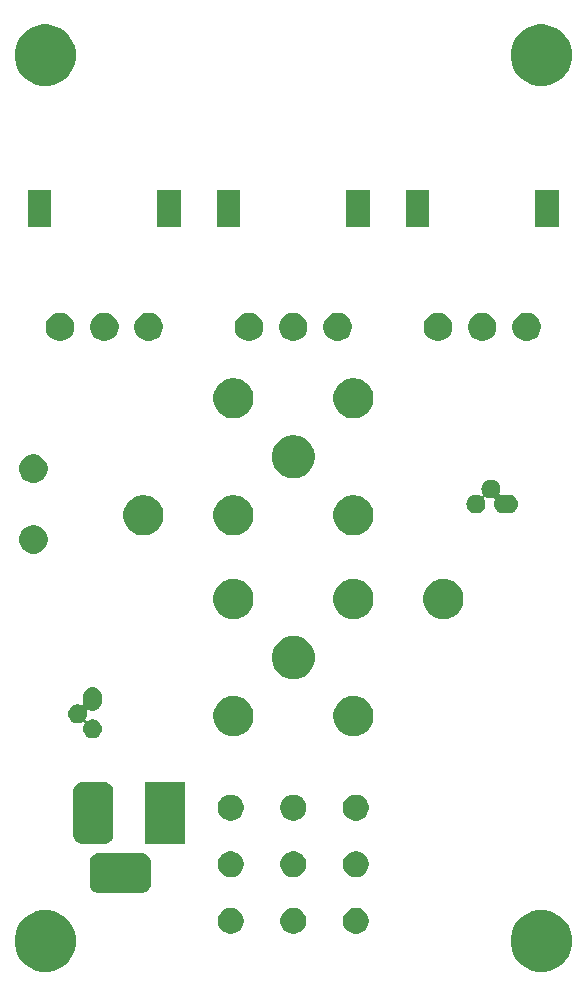
<source format=gbr>
%TF.GenerationSoftware,KiCad,Pcbnew,6.0.0-rc1-unknown-f2ccad3~66~ubuntu18.04.1*%
%TF.CreationDate,2018-11-07T22:10:34+01:00*%
%TF.ProjectId,clasicOverdrive,636c6173-6963-44f7-9665-726472697665,rev?*%
%TF.SameCoordinates,PX5f67d40PY8f46778*%
%TF.FileFunction,Soldermask,Bot*%
%TF.FilePolarity,Negative*%
%FSLAX46Y46*%
G04 Gerber Fmt 4.6, Leading zero omitted, Abs format (unit mm)*
G04 Created by KiCad (PCBNEW 6.0.0-rc1-unknown-f2ccad3~66~ubuntu18.04.1) date Mi 07 Nov 2018 22:10:34 CET*
%MOMM*%
%LPD*%
G01*
G04 APERTURE LIST*
%ADD10C,0.100000*%
G04 APERTURE END LIST*
D10*
G36*
X46758391Y6500084D02*
X47231560Y6304091D01*
X47231562Y6304090D01*
X47355852Y6221042D01*
X47657406Y6019550D01*
X48019550Y5657406D01*
X48304091Y5231560D01*
X48500084Y4758391D01*
X48600000Y4256079D01*
X48600000Y3743921D01*
X48500084Y3241609D01*
X48304091Y2768440D01*
X48019550Y2342594D01*
X47657406Y1980450D01*
X47657403Y1980448D01*
X47231562Y1695910D01*
X47231561Y1695909D01*
X47231560Y1695909D01*
X46758391Y1499916D01*
X46256079Y1400000D01*
X45743921Y1400000D01*
X45241609Y1499916D01*
X44768440Y1695909D01*
X44768439Y1695909D01*
X44768438Y1695910D01*
X44342597Y1980448D01*
X44342594Y1980450D01*
X43980450Y2342594D01*
X43695909Y2768440D01*
X43499916Y3241609D01*
X43400000Y3743921D01*
X43400000Y4256079D01*
X43499916Y4758391D01*
X43695909Y5231560D01*
X43980450Y5657406D01*
X44342594Y6019550D01*
X44644148Y6221042D01*
X44768438Y6304090D01*
X44768440Y6304091D01*
X45241609Y6500084D01*
X45743921Y6600000D01*
X46256079Y6600000D01*
X46758391Y6500084D01*
X46758391Y6500084D01*
G37*
G36*
X4758391Y6500084D02*
X5231560Y6304091D01*
X5231562Y6304090D01*
X5355852Y6221042D01*
X5657406Y6019550D01*
X6019550Y5657406D01*
X6304091Y5231560D01*
X6500084Y4758391D01*
X6600000Y4256079D01*
X6600000Y3743921D01*
X6500084Y3241609D01*
X6304091Y2768440D01*
X6019550Y2342594D01*
X5657406Y1980450D01*
X5657403Y1980448D01*
X5231562Y1695910D01*
X5231561Y1695909D01*
X5231560Y1695909D01*
X4758391Y1499916D01*
X4256079Y1400000D01*
X3743921Y1400000D01*
X3241609Y1499916D01*
X2768440Y1695909D01*
X2768439Y1695909D01*
X2768438Y1695910D01*
X2342597Y1980448D01*
X2342594Y1980450D01*
X1980450Y2342594D01*
X1695909Y2768440D01*
X1499916Y3241609D01*
X1400000Y3743921D01*
X1400000Y4256079D01*
X1499916Y4758391D01*
X1695909Y5231560D01*
X1980450Y5657406D01*
X2342594Y6019550D01*
X2644148Y6221042D01*
X2768438Y6304090D01*
X2768440Y6304091D01*
X3241609Y6500084D01*
X3743921Y6600000D01*
X4256079Y6600000D01*
X4758391Y6500084D01*
X4758391Y6500084D01*
G37*
G36*
X30620857Y6757728D02*
X30821042Y6674809D01*
X31001213Y6554422D01*
X31154422Y6401213D01*
X31274809Y6221042D01*
X31357728Y6020857D01*
X31400000Y5808342D01*
X31400000Y5591658D01*
X31357728Y5379143D01*
X31274809Y5178958D01*
X31154422Y4998787D01*
X31001213Y4845578D01*
X30821042Y4725191D01*
X30620857Y4642272D01*
X30408342Y4600000D01*
X30191658Y4600000D01*
X29979143Y4642272D01*
X29778958Y4725191D01*
X29598787Y4845578D01*
X29445578Y4998787D01*
X29325191Y5178958D01*
X29242272Y5379143D01*
X29200000Y5591658D01*
X29200000Y5808342D01*
X29242272Y6020857D01*
X29325191Y6221042D01*
X29445578Y6401213D01*
X29598787Y6554422D01*
X29778958Y6674809D01*
X29979143Y6757728D01*
X30191658Y6800000D01*
X30408342Y6800000D01*
X30620857Y6757728D01*
X30620857Y6757728D01*
G37*
G36*
X20020857Y6757728D02*
X20221042Y6674809D01*
X20401213Y6554422D01*
X20554422Y6401213D01*
X20674809Y6221042D01*
X20757728Y6020857D01*
X20800000Y5808342D01*
X20800000Y5591658D01*
X20757728Y5379143D01*
X20674809Y5178958D01*
X20554422Y4998787D01*
X20401213Y4845578D01*
X20221042Y4725191D01*
X20020857Y4642272D01*
X19808342Y4600000D01*
X19591658Y4600000D01*
X19379143Y4642272D01*
X19178958Y4725191D01*
X18998787Y4845578D01*
X18845578Y4998787D01*
X18725191Y5178958D01*
X18642272Y5379143D01*
X18600000Y5591658D01*
X18600000Y5808342D01*
X18642272Y6020857D01*
X18725191Y6221042D01*
X18845578Y6401213D01*
X18998787Y6554422D01*
X19178958Y6674809D01*
X19379143Y6757728D01*
X19591658Y6800000D01*
X19808342Y6800000D01*
X20020857Y6757728D01*
X20020857Y6757728D01*
G37*
G36*
X25320857Y6757728D02*
X25521042Y6674809D01*
X25701213Y6554422D01*
X25854422Y6401213D01*
X25974809Y6221042D01*
X26057728Y6020857D01*
X26100000Y5808342D01*
X26100000Y5591658D01*
X26057728Y5379143D01*
X25974809Y5178958D01*
X25854422Y4998787D01*
X25701213Y4845578D01*
X25521042Y4725191D01*
X25320857Y4642272D01*
X25108342Y4600000D01*
X24891658Y4600000D01*
X24679143Y4642272D01*
X24478958Y4725191D01*
X24298787Y4845578D01*
X24145578Y4998787D01*
X24025191Y5178958D01*
X23942272Y5379143D01*
X23900000Y5591658D01*
X23900000Y5808342D01*
X23942272Y6020857D01*
X24025191Y6221042D01*
X24145578Y6401213D01*
X24298787Y6554422D01*
X24478958Y6674809D01*
X24679143Y6757728D01*
X24891658Y6800000D01*
X25108342Y6800000D01*
X25320857Y6757728D01*
X25320857Y6757728D01*
G37*
G36*
X12316017Y11439276D02*
X12463630Y11394497D01*
X12599677Y11321778D01*
X12718919Y11223919D01*
X12816778Y11104677D01*
X12889497Y10968630D01*
X12934276Y10821017D01*
X12950000Y10661360D01*
X12950000Y8848640D01*
X12934276Y8688983D01*
X12889497Y8541370D01*
X12816778Y8405323D01*
X12718919Y8286081D01*
X12599677Y8188222D01*
X12463630Y8115503D01*
X12316017Y8070724D01*
X12156360Y8055000D01*
X8543640Y8055000D01*
X8383983Y8070724D01*
X8236370Y8115503D01*
X8100323Y8188222D01*
X7981081Y8286081D01*
X7883222Y8405323D01*
X7810503Y8541370D01*
X7765724Y8688983D01*
X7750000Y8848640D01*
X7750000Y10661360D01*
X7765724Y10821017D01*
X7810503Y10968630D01*
X7883222Y11104677D01*
X7981081Y11223919D01*
X8100323Y11321778D01*
X8236370Y11394497D01*
X8383983Y11439276D01*
X8543640Y11455000D01*
X12156360Y11455000D01*
X12316017Y11439276D01*
X12316017Y11439276D01*
G37*
G36*
X30620857Y11557728D02*
X30821042Y11474809D01*
X31001213Y11354422D01*
X31154422Y11201213D01*
X31274809Y11021042D01*
X31357728Y10820857D01*
X31400000Y10608342D01*
X31400000Y10391658D01*
X31357728Y10179143D01*
X31274809Y9978958D01*
X31154422Y9798787D01*
X31001213Y9645578D01*
X30821042Y9525191D01*
X30620857Y9442272D01*
X30408342Y9400000D01*
X30191658Y9400000D01*
X29979143Y9442272D01*
X29778958Y9525191D01*
X29598787Y9645578D01*
X29445578Y9798787D01*
X29325191Y9978958D01*
X29242272Y10179143D01*
X29200000Y10391658D01*
X29200000Y10608342D01*
X29242272Y10820857D01*
X29325191Y11021042D01*
X29445578Y11201213D01*
X29598787Y11354422D01*
X29778958Y11474809D01*
X29979143Y11557728D01*
X30191658Y11600000D01*
X30408342Y11600000D01*
X30620857Y11557728D01*
X30620857Y11557728D01*
G37*
G36*
X20020857Y11557728D02*
X20221042Y11474809D01*
X20401213Y11354422D01*
X20554422Y11201213D01*
X20674809Y11021042D01*
X20757728Y10820857D01*
X20800000Y10608342D01*
X20800000Y10391658D01*
X20757728Y10179143D01*
X20674809Y9978958D01*
X20554422Y9798787D01*
X20401213Y9645578D01*
X20221042Y9525191D01*
X20020857Y9442272D01*
X19808342Y9400000D01*
X19591658Y9400000D01*
X19379143Y9442272D01*
X19178958Y9525191D01*
X18998787Y9645578D01*
X18845578Y9798787D01*
X18725191Y9978958D01*
X18642272Y10179143D01*
X18600000Y10391658D01*
X18600000Y10608342D01*
X18642272Y10820857D01*
X18725191Y11021042D01*
X18845578Y11201213D01*
X18998787Y11354422D01*
X19178958Y11474809D01*
X19379143Y11557728D01*
X19591658Y11600000D01*
X19808342Y11600000D01*
X20020857Y11557728D01*
X20020857Y11557728D01*
G37*
G36*
X25320857Y11557728D02*
X25521042Y11474809D01*
X25701213Y11354422D01*
X25854422Y11201213D01*
X25974809Y11021042D01*
X26057728Y10820857D01*
X26100000Y10608342D01*
X26100000Y10391658D01*
X26057728Y10179143D01*
X25974809Y9978958D01*
X25854422Y9798787D01*
X25701213Y9645578D01*
X25521042Y9525191D01*
X25320857Y9442272D01*
X25108342Y9400000D01*
X24891658Y9400000D01*
X24679143Y9442272D01*
X24478958Y9525191D01*
X24298787Y9645578D01*
X24145578Y9798787D01*
X24025191Y9978958D01*
X23942272Y10179143D01*
X23900000Y10391658D01*
X23900000Y10608342D01*
X23942272Y10820857D01*
X24025191Y11021042D01*
X24145578Y11201213D01*
X24298787Y11354422D01*
X24478958Y11474809D01*
X24679143Y11557728D01*
X24891658Y11600000D01*
X25108342Y11600000D01*
X25320857Y11557728D01*
X25320857Y11557728D01*
G37*
G36*
X9126017Y17419276D02*
X9273630Y17374497D01*
X9409677Y17301778D01*
X9528919Y17203919D01*
X9626778Y17084677D01*
X9699497Y16948630D01*
X9744276Y16801017D01*
X9760000Y16641360D01*
X9760000Y13028640D01*
X9744276Y12868983D01*
X9699497Y12721370D01*
X9626778Y12585323D01*
X9528919Y12466081D01*
X9409677Y12368222D01*
X9273630Y12295503D01*
X9126017Y12250724D01*
X8966360Y12235000D01*
X7153640Y12235000D01*
X6993983Y12250724D01*
X6846370Y12295503D01*
X6710323Y12368222D01*
X6591081Y12466081D01*
X6493222Y12585323D01*
X6420503Y12721370D01*
X6375724Y12868983D01*
X6360000Y13028640D01*
X6360000Y16641360D01*
X6375724Y16801017D01*
X6420503Y16948630D01*
X6493222Y17084677D01*
X6591081Y17203919D01*
X6710323Y17301778D01*
X6846370Y17374497D01*
X6993983Y17419276D01*
X7153640Y17435000D01*
X8966360Y17435000D01*
X9126017Y17419276D01*
X9126017Y17419276D01*
G37*
G36*
X15860000Y12235000D02*
X12460000Y12235000D01*
X12460000Y17435000D01*
X15860000Y17435000D01*
X15860000Y12235000D01*
X15860000Y12235000D01*
G37*
G36*
X30620857Y16357728D02*
X30821042Y16274809D01*
X31001213Y16154422D01*
X31154422Y16001213D01*
X31274809Y15821042D01*
X31357728Y15620857D01*
X31400000Y15408342D01*
X31400000Y15191658D01*
X31357728Y14979143D01*
X31274809Y14778958D01*
X31154422Y14598787D01*
X31001213Y14445578D01*
X30821042Y14325191D01*
X30620857Y14242272D01*
X30408342Y14200000D01*
X30191658Y14200000D01*
X29979143Y14242272D01*
X29778958Y14325191D01*
X29598787Y14445578D01*
X29445578Y14598787D01*
X29325191Y14778958D01*
X29242272Y14979143D01*
X29200000Y15191658D01*
X29200000Y15408342D01*
X29242272Y15620857D01*
X29325191Y15821042D01*
X29445578Y16001213D01*
X29598787Y16154422D01*
X29778958Y16274809D01*
X29979143Y16357728D01*
X30191658Y16400000D01*
X30408342Y16400000D01*
X30620857Y16357728D01*
X30620857Y16357728D01*
G37*
G36*
X25320857Y16357728D02*
X25521042Y16274809D01*
X25701213Y16154422D01*
X25854422Y16001213D01*
X25974809Y15821042D01*
X26057728Y15620857D01*
X26100000Y15408342D01*
X26100000Y15191658D01*
X26057728Y14979143D01*
X25974809Y14778958D01*
X25854422Y14598787D01*
X25701213Y14445578D01*
X25521042Y14325191D01*
X25320857Y14242272D01*
X25108342Y14200000D01*
X24891658Y14200000D01*
X24679143Y14242272D01*
X24478958Y14325191D01*
X24298787Y14445578D01*
X24145578Y14598787D01*
X24025191Y14778958D01*
X23942272Y14979143D01*
X23900000Y15191658D01*
X23900000Y15408342D01*
X23942272Y15620857D01*
X24025191Y15821042D01*
X24145578Y16001213D01*
X24298787Y16154422D01*
X24478958Y16274809D01*
X24679143Y16357728D01*
X24891658Y16400000D01*
X25108342Y16400000D01*
X25320857Y16357728D01*
X25320857Y16357728D01*
G37*
G36*
X20020857Y16357728D02*
X20221042Y16274809D01*
X20401213Y16154422D01*
X20554422Y16001213D01*
X20674809Y15821042D01*
X20757728Y15620857D01*
X20800000Y15408342D01*
X20800000Y15191658D01*
X20757728Y14979143D01*
X20674809Y14778958D01*
X20554422Y14598787D01*
X20401213Y14445578D01*
X20221042Y14325191D01*
X20020857Y14242272D01*
X19808342Y14200000D01*
X19591658Y14200000D01*
X19379143Y14242272D01*
X19178958Y14325191D01*
X18998787Y14445578D01*
X18845578Y14598787D01*
X18725191Y14778958D01*
X18642272Y14979143D01*
X18600000Y15191658D01*
X18600000Y15408342D01*
X18642272Y15620857D01*
X18725191Y15821042D01*
X18845578Y16001213D01*
X18998787Y16154422D01*
X19178958Y16274809D01*
X19379143Y16357728D01*
X19591658Y16400000D01*
X19808342Y16400000D01*
X20020857Y16357728D01*
X20020857Y16357728D01*
G37*
G36*
X8156827Y25488424D02*
X8232227Y25465552D01*
X8307629Y25442679D01*
X8446608Y25368392D01*
X8568422Y25268422D01*
X8668392Y25146608D01*
X8742679Y25007629D01*
X8742679Y25007628D01*
X8788424Y24856827D01*
X8800000Y24739292D01*
X8800000Y24260707D01*
X8788424Y24143173D01*
X8780635Y24117496D01*
X8742679Y23992371D01*
X8668392Y23853392D01*
X8568425Y23731581D01*
X8568423Y23731580D01*
X8568422Y23731578D01*
X8501440Y23676608D01*
X8446604Y23631606D01*
X8307628Y23557321D01*
X8253402Y23540872D01*
X8156826Y23511576D01*
X8000000Y23496130D01*
X7843173Y23511576D01*
X7746597Y23540872D01*
X7692371Y23557321D01*
X7689178Y23559028D01*
X7666539Y23568405D01*
X7642505Y23573186D01*
X7618001Y23573186D01*
X7593968Y23568406D01*
X7571329Y23559028D01*
X7550954Y23545415D01*
X7533627Y23528087D01*
X7520013Y23507713D01*
X7510636Y23485074D01*
X7505855Y23461040D01*
X7505855Y23436536D01*
X7510635Y23412503D01*
X7518424Y23386826D01*
X7533870Y23230000D01*
X7518424Y23073174D01*
X7472679Y22922371D01*
X7414659Y22813824D01*
X7405281Y22791185D01*
X7400501Y22767151D01*
X7400501Y22742647D01*
X7405281Y22718614D01*
X7414659Y22695975D01*
X7428273Y22675600D01*
X7445600Y22658273D01*
X7465974Y22644659D01*
X7488613Y22635281D01*
X7512647Y22630501D01*
X7537151Y22630501D01*
X7561184Y22635281D01*
X7583824Y22644659D01*
X7692371Y22702679D01*
X7767772Y22725551D01*
X7843173Y22748424D01*
X7882351Y22752283D01*
X7960705Y22760000D01*
X8039295Y22760000D01*
X8117649Y22752283D01*
X8156827Y22748424D01*
X8232228Y22725551D01*
X8307629Y22702679D01*
X8446608Y22628392D01*
X8568422Y22528422D01*
X8668392Y22406608D01*
X8742679Y22267629D01*
X8788424Y22116826D01*
X8803870Y21960000D01*
X8788424Y21803174D01*
X8742679Y21652371D01*
X8668392Y21513392D01*
X8568422Y21391578D01*
X8446608Y21291608D01*
X8307629Y21217321D01*
X8232227Y21194448D01*
X8156827Y21171576D01*
X8117649Y21167717D01*
X8039295Y21160000D01*
X7960705Y21160000D01*
X7882351Y21167717D01*
X7843173Y21171576D01*
X7767773Y21194448D01*
X7692371Y21217321D01*
X7553392Y21291608D01*
X7431578Y21391578D01*
X7331608Y21513392D01*
X7257321Y21652371D01*
X7211576Y21803174D01*
X7196130Y21960000D01*
X7211576Y22116826D01*
X7257321Y22267629D01*
X7315341Y22376176D01*
X7324719Y22398815D01*
X7329499Y22422849D01*
X7329499Y22447353D01*
X7324719Y22471386D01*
X7315341Y22494025D01*
X7301727Y22514400D01*
X7284400Y22531727D01*
X7264026Y22545341D01*
X7241387Y22554719D01*
X7217353Y22559499D01*
X7192849Y22559499D01*
X7168816Y22554719D01*
X7146176Y22545341D01*
X7037629Y22487321D01*
X6962228Y22464449D01*
X6886827Y22441576D01*
X6847649Y22437717D01*
X6769295Y22430000D01*
X6690705Y22430000D01*
X6612351Y22437717D01*
X6573173Y22441576D01*
X6497772Y22464449D01*
X6422371Y22487321D01*
X6283392Y22561608D01*
X6161578Y22661578D01*
X6061608Y22783392D01*
X5987321Y22922371D01*
X5941576Y23073174D01*
X5926130Y23230000D01*
X5941576Y23386826D01*
X5987321Y23537629D01*
X6061608Y23676608D01*
X6161578Y23798422D01*
X6283392Y23898392D01*
X6422371Y23972679D01*
X6518744Y24001913D01*
X6573173Y24018424D01*
X6612395Y24022287D01*
X6690705Y24030000D01*
X6769295Y24030000D01*
X6847605Y24022287D01*
X6886827Y24018424D01*
X6941256Y24001913D01*
X7037629Y23972679D01*
X7040822Y23970972D01*
X7063461Y23961595D01*
X7087495Y23956814D01*
X7111999Y23956814D01*
X7136032Y23961594D01*
X7158671Y23970972D01*
X7179046Y23984585D01*
X7196373Y24001913D01*
X7209987Y24022287D01*
X7219364Y24044926D01*
X7224145Y24068960D01*
X7224145Y24093464D01*
X7219365Y24117496D01*
X7211576Y24143173D01*
X7200000Y24260706D01*
X7200000Y24739295D01*
X7211576Y24856826D01*
X7257321Y25007629D01*
X7331606Y25146605D01*
X7431581Y25268424D01*
X7553393Y25368392D01*
X7692372Y25442679D01*
X7767774Y25465552D01*
X7843174Y25488424D01*
X8000000Y25503870D01*
X8156827Y25488424D01*
X8156827Y25488424D01*
G37*
G36*
X20306393Y24701447D02*
X20415872Y24679670D01*
X20725252Y24551521D01*
X21003687Y24365477D01*
X21240477Y24128687D01*
X21426521Y23850252D01*
X21554670Y23540872D01*
X21575424Y23436536D01*
X21620000Y23212437D01*
X21620000Y22877563D01*
X21596615Y22760000D01*
X21554670Y22549128D01*
X21426521Y22239748D01*
X21240477Y21961313D01*
X21003687Y21724523D01*
X20725252Y21538479D01*
X20415872Y21410330D01*
X20321599Y21391578D01*
X20087437Y21345000D01*
X19752563Y21345000D01*
X19518401Y21391578D01*
X19424128Y21410330D01*
X19114748Y21538479D01*
X18836313Y21724523D01*
X18599523Y21961313D01*
X18413479Y22239748D01*
X18285330Y22549128D01*
X18243385Y22760000D01*
X18220000Y22877563D01*
X18220000Y23212437D01*
X18264576Y23436536D01*
X18285330Y23540872D01*
X18413479Y23850252D01*
X18599523Y24128687D01*
X18836313Y24365477D01*
X19114748Y24551521D01*
X19424128Y24679670D01*
X19533607Y24701447D01*
X19752563Y24745000D01*
X20087437Y24745000D01*
X20306393Y24701447D01*
X20306393Y24701447D01*
G37*
G36*
X30466393Y24701447D02*
X30575872Y24679670D01*
X30885252Y24551521D01*
X31163687Y24365477D01*
X31400477Y24128687D01*
X31586521Y23850252D01*
X31714670Y23540872D01*
X31735424Y23436536D01*
X31780000Y23212437D01*
X31780000Y22877563D01*
X31756615Y22760000D01*
X31714670Y22549128D01*
X31586521Y22239748D01*
X31400477Y21961313D01*
X31163687Y21724523D01*
X30885252Y21538479D01*
X30575872Y21410330D01*
X30481599Y21391578D01*
X30247437Y21345000D01*
X29912563Y21345000D01*
X29678401Y21391578D01*
X29584128Y21410330D01*
X29274748Y21538479D01*
X28996313Y21724523D01*
X28759523Y21961313D01*
X28573479Y22239748D01*
X28445330Y22549128D01*
X28403385Y22760000D01*
X28380000Y22877563D01*
X28380000Y23212437D01*
X28424576Y23436536D01*
X28445330Y23540872D01*
X28573479Y23850252D01*
X28759523Y24128687D01*
X28996313Y24365477D01*
X29274748Y24551521D01*
X29584128Y24679670D01*
X29693607Y24701447D01*
X29912563Y24745000D01*
X30247437Y24745000D01*
X30466393Y24701447D01*
X30466393Y24701447D01*
G37*
G36*
X25356040Y29789933D02*
X25532333Y29754866D01*
X25864461Y29617294D01*
X26161356Y29418915D01*
X26163372Y29417568D01*
X26417568Y29163372D01*
X26417570Y29163369D01*
X26617294Y28864461D01*
X26754866Y28532333D01*
X26825000Y28179747D01*
X26825000Y27820253D01*
X26754866Y27467667D01*
X26617294Y27135539D01*
X26418915Y26838644D01*
X26417568Y26836628D01*
X26163372Y26582432D01*
X26163369Y26582430D01*
X25864461Y26382706D01*
X25532333Y26245134D01*
X25356040Y26210067D01*
X25179748Y26175000D01*
X24820252Y26175000D01*
X24643960Y26210067D01*
X24467667Y26245134D01*
X24135539Y26382706D01*
X23836631Y26582430D01*
X23836628Y26582432D01*
X23582432Y26836628D01*
X23581085Y26838644D01*
X23382706Y27135539D01*
X23245134Y27467667D01*
X23175000Y27820253D01*
X23175000Y28179747D01*
X23245134Y28532333D01*
X23382706Y28864461D01*
X23582430Y29163369D01*
X23582432Y29163372D01*
X23836628Y29417568D01*
X23838644Y29418915D01*
X24135539Y29617294D01*
X24467667Y29754866D01*
X24643960Y29789933D01*
X24820252Y29825000D01*
X25179748Y29825000D01*
X25356040Y29789933D01*
X25356040Y29789933D01*
G37*
G36*
X38086393Y34611447D02*
X38195872Y34589670D01*
X38505252Y34461521D01*
X38783687Y34275477D01*
X39020477Y34038687D01*
X39206521Y33760252D01*
X39334670Y33450872D01*
X39400000Y33122435D01*
X39400000Y32787565D01*
X39334670Y32459128D01*
X39206521Y32149748D01*
X39020477Y31871313D01*
X38783687Y31634523D01*
X38505252Y31448479D01*
X38195872Y31320330D01*
X38086393Y31298553D01*
X37867437Y31255000D01*
X37532563Y31255000D01*
X37313607Y31298553D01*
X37204128Y31320330D01*
X36894748Y31448479D01*
X36616313Y31634523D01*
X36379523Y31871313D01*
X36193479Y32149748D01*
X36065330Y32459128D01*
X36000000Y32787565D01*
X36000000Y33122435D01*
X36065330Y33450872D01*
X36193479Y33760252D01*
X36379523Y34038687D01*
X36616313Y34275477D01*
X36894748Y34461521D01*
X37204128Y34589670D01*
X37313607Y34611447D01*
X37532563Y34655000D01*
X37867437Y34655000D01*
X38086393Y34611447D01*
X38086393Y34611447D01*
G37*
G36*
X30466393Y34611447D02*
X30575872Y34589670D01*
X30885252Y34461521D01*
X31163687Y34275477D01*
X31400477Y34038687D01*
X31586521Y33760252D01*
X31714670Y33450872D01*
X31780000Y33122435D01*
X31780000Y32787565D01*
X31714670Y32459128D01*
X31586521Y32149748D01*
X31400477Y31871313D01*
X31163687Y31634523D01*
X30885252Y31448479D01*
X30575872Y31320330D01*
X30466393Y31298553D01*
X30247437Y31255000D01*
X29912563Y31255000D01*
X29693607Y31298553D01*
X29584128Y31320330D01*
X29274748Y31448479D01*
X28996313Y31634523D01*
X28759523Y31871313D01*
X28573479Y32149748D01*
X28445330Y32459128D01*
X28380000Y32787565D01*
X28380000Y33122435D01*
X28445330Y33450872D01*
X28573479Y33760252D01*
X28759523Y34038687D01*
X28996313Y34275477D01*
X29274748Y34461521D01*
X29584128Y34589670D01*
X29693607Y34611447D01*
X29912563Y34655000D01*
X30247437Y34655000D01*
X30466393Y34611447D01*
X30466393Y34611447D01*
G37*
G36*
X20306393Y34611447D02*
X20415872Y34589670D01*
X20725252Y34461521D01*
X21003687Y34275477D01*
X21240477Y34038687D01*
X21426521Y33760252D01*
X21554670Y33450872D01*
X21620000Y33122435D01*
X21620000Y32787565D01*
X21554670Y32459128D01*
X21426521Y32149748D01*
X21240477Y31871313D01*
X21003687Y31634523D01*
X20725252Y31448479D01*
X20415872Y31320330D01*
X20306393Y31298553D01*
X20087437Y31255000D01*
X19752563Y31255000D01*
X19533607Y31298553D01*
X19424128Y31320330D01*
X19114748Y31448479D01*
X18836313Y31634523D01*
X18599523Y31871313D01*
X18413479Y32149748D01*
X18285330Y32459128D01*
X18220000Y32787565D01*
X18220000Y33122435D01*
X18285330Y33450872D01*
X18413479Y33760252D01*
X18599523Y34038687D01*
X18836313Y34275477D01*
X19114748Y34461521D01*
X19424128Y34589670D01*
X19533607Y34611447D01*
X19752563Y34655000D01*
X20087437Y34655000D01*
X20306393Y34611447D01*
X20306393Y34611447D01*
G37*
G36*
X3350026Y39153885D02*
X3568412Y39063427D01*
X3764958Y38932099D01*
X3932099Y38764958D01*
X4063427Y38568412D01*
X4153885Y38350026D01*
X4200000Y38118191D01*
X4200000Y37881809D01*
X4153885Y37649974D01*
X4063427Y37431588D01*
X3932099Y37235042D01*
X3764958Y37067901D01*
X3568412Y36936573D01*
X3350026Y36846115D01*
X3118191Y36800000D01*
X2881809Y36800000D01*
X2649974Y36846115D01*
X2431588Y36936573D01*
X2235042Y37067901D01*
X2067901Y37235042D01*
X1936573Y37431588D01*
X1846115Y37649974D01*
X1800000Y37881809D01*
X1800000Y38118191D01*
X1846115Y38350026D01*
X1936573Y38568412D01*
X2067901Y38764958D01*
X2235042Y38932099D01*
X2431588Y39063427D01*
X2649974Y39153885D01*
X2881809Y39200000D01*
X3118191Y39200000D01*
X3350026Y39153885D01*
X3350026Y39153885D01*
G37*
G36*
X30465733Y41701578D02*
X30575872Y41679670D01*
X30885252Y41551521D01*
X31163687Y41365477D01*
X31400477Y41128687D01*
X31586521Y40850252D01*
X31714670Y40540872D01*
X31780000Y40212435D01*
X31780000Y39877565D01*
X31714670Y39549128D01*
X31586521Y39239748D01*
X31400477Y38961313D01*
X31163687Y38724523D01*
X30885252Y38538479D01*
X30575872Y38410330D01*
X30466393Y38388553D01*
X30247437Y38345000D01*
X29912563Y38345000D01*
X29693607Y38388553D01*
X29584128Y38410330D01*
X29274748Y38538479D01*
X28996313Y38724523D01*
X28759523Y38961313D01*
X28573479Y39239748D01*
X28445330Y39549128D01*
X28380000Y39877565D01*
X28380000Y40212435D01*
X28445330Y40540872D01*
X28573479Y40850252D01*
X28759523Y41128687D01*
X28996313Y41365477D01*
X29274748Y41551521D01*
X29584128Y41679670D01*
X29694267Y41701578D01*
X29912563Y41745000D01*
X30247437Y41745000D01*
X30465733Y41701578D01*
X30465733Y41701578D01*
G37*
G36*
X12685733Y41701578D02*
X12795872Y41679670D01*
X13105252Y41551521D01*
X13383687Y41365477D01*
X13620477Y41128687D01*
X13806521Y40850252D01*
X13934670Y40540872D01*
X14000000Y40212435D01*
X14000000Y39877565D01*
X13934670Y39549128D01*
X13806521Y39239748D01*
X13620477Y38961313D01*
X13383687Y38724523D01*
X13105252Y38538479D01*
X12795872Y38410330D01*
X12686393Y38388553D01*
X12467437Y38345000D01*
X12132563Y38345000D01*
X11913607Y38388553D01*
X11804128Y38410330D01*
X11494748Y38538479D01*
X11216313Y38724523D01*
X10979523Y38961313D01*
X10793479Y39239748D01*
X10665330Y39549128D01*
X10600000Y39877565D01*
X10600000Y40212435D01*
X10665330Y40540872D01*
X10793479Y40850252D01*
X10979523Y41128687D01*
X11216313Y41365477D01*
X11494748Y41551521D01*
X11804128Y41679670D01*
X11914267Y41701578D01*
X12132563Y41745000D01*
X12467437Y41745000D01*
X12685733Y41701578D01*
X12685733Y41701578D01*
G37*
G36*
X20305733Y41701578D02*
X20415872Y41679670D01*
X20725252Y41551521D01*
X21003687Y41365477D01*
X21240477Y41128687D01*
X21426521Y40850252D01*
X21554670Y40540872D01*
X21620000Y40212435D01*
X21620000Y39877565D01*
X21554670Y39549128D01*
X21426521Y39239748D01*
X21240477Y38961313D01*
X21003687Y38724523D01*
X20725252Y38538479D01*
X20415872Y38410330D01*
X20306393Y38388553D01*
X20087437Y38345000D01*
X19752563Y38345000D01*
X19533607Y38388553D01*
X19424128Y38410330D01*
X19114748Y38538479D01*
X18836313Y38724523D01*
X18599523Y38961313D01*
X18413479Y39239748D01*
X18285330Y39549128D01*
X18220000Y39877565D01*
X18220000Y40212435D01*
X18285330Y40540872D01*
X18413479Y40850252D01*
X18599523Y41128687D01*
X18836313Y41365477D01*
X19114748Y41551521D01*
X19424128Y41679670D01*
X19534267Y41701578D01*
X19752563Y41745000D01*
X20087437Y41745000D01*
X20305733Y41701578D01*
X20305733Y41701578D01*
G37*
G36*
X41847649Y43062283D02*
X41886827Y43058424D01*
X41962228Y43035551D01*
X42037629Y43012679D01*
X42176608Y42938392D01*
X42298422Y42838422D01*
X42398392Y42716608D01*
X42472679Y42577629D01*
X42518424Y42426826D01*
X42533870Y42270000D01*
X42518424Y42113174D01*
X42472679Y41962371D01*
X42470972Y41959178D01*
X42461595Y41936539D01*
X42456814Y41912505D01*
X42456814Y41888001D01*
X42461594Y41863968D01*
X42470972Y41841329D01*
X42484585Y41820954D01*
X42501913Y41803627D01*
X42522287Y41790013D01*
X42544926Y41780636D01*
X42568960Y41775855D01*
X42593464Y41775855D01*
X42617494Y41780634D01*
X42643173Y41788424D01*
X42682351Y41792283D01*
X42760705Y41800000D01*
X43239295Y41800000D01*
X43317649Y41792283D01*
X43356827Y41788424D01*
X43398261Y41775855D01*
X43507629Y41742679D01*
X43646608Y41668392D01*
X43768422Y41568422D01*
X43868392Y41446608D01*
X43942679Y41307629D01*
X43942679Y41307628D01*
X43988424Y41156827D01*
X44003870Y41000000D01*
X43988424Y40843174D01*
X43942679Y40692371D01*
X43868392Y40553392D01*
X43768422Y40431578D01*
X43646608Y40331608D01*
X43507629Y40257321D01*
X43432228Y40234449D01*
X43356827Y40211576D01*
X43317649Y40207717D01*
X43239295Y40200000D01*
X42760705Y40200000D01*
X42682351Y40207717D01*
X42643173Y40211576D01*
X42567772Y40234449D01*
X42492371Y40257321D01*
X42353392Y40331608D01*
X42231578Y40431578D01*
X42131608Y40553392D01*
X42057321Y40692371D01*
X42011576Y40843174D01*
X41996130Y41000000D01*
X42011576Y41156827D01*
X42057321Y41307628D01*
X42057321Y41307629D01*
X42059028Y41310822D01*
X42068405Y41333461D01*
X42073186Y41357495D01*
X42073186Y41381999D01*
X42068406Y41406032D01*
X42059028Y41428671D01*
X42045415Y41449046D01*
X42028087Y41466373D01*
X42007713Y41479987D01*
X41985074Y41489364D01*
X41961040Y41494145D01*
X41936536Y41494145D01*
X41912506Y41489366D01*
X41886827Y41481576D01*
X41870693Y41479987D01*
X41769295Y41470000D01*
X41690705Y41470000D01*
X41589307Y41479987D01*
X41573173Y41481576D01*
X41474899Y41511387D01*
X41422371Y41527321D01*
X41313824Y41585341D01*
X41291185Y41594719D01*
X41267151Y41599499D01*
X41242647Y41599499D01*
X41218614Y41594719D01*
X41195975Y41585341D01*
X41175600Y41571727D01*
X41158273Y41554400D01*
X41144659Y41534026D01*
X41135281Y41511387D01*
X41130501Y41487353D01*
X41130501Y41462849D01*
X41135281Y41438816D01*
X41144659Y41416176D01*
X41202679Y41307629D01*
X41202679Y41307628D01*
X41248424Y41156827D01*
X41263870Y41000000D01*
X41248424Y40843174D01*
X41202679Y40692371D01*
X41128392Y40553392D01*
X41028422Y40431578D01*
X40906608Y40331608D01*
X40767629Y40257321D01*
X40692228Y40234449D01*
X40616827Y40211576D01*
X40577649Y40207717D01*
X40499295Y40200000D01*
X40420705Y40200000D01*
X40342351Y40207717D01*
X40303173Y40211576D01*
X40227772Y40234449D01*
X40152371Y40257321D01*
X40013392Y40331608D01*
X39891578Y40431578D01*
X39791608Y40553392D01*
X39717321Y40692371D01*
X39671576Y40843174D01*
X39656130Y41000000D01*
X39671576Y41156827D01*
X39717321Y41307628D01*
X39717321Y41307629D01*
X39791608Y41446608D01*
X39891578Y41568422D01*
X40013392Y41668392D01*
X40152371Y41742679D01*
X40261739Y41775855D01*
X40303173Y41788424D01*
X40342351Y41792283D01*
X40420705Y41800000D01*
X40499295Y41800000D01*
X40577649Y41792283D01*
X40616827Y41788424D01*
X40658261Y41775855D01*
X40767629Y41742679D01*
X40876176Y41684659D01*
X40898815Y41675281D01*
X40922849Y41670501D01*
X40947353Y41670501D01*
X40971386Y41675281D01*
X40994025Y41684659D01*
X41014400Y41698273D01*
X41031727Y41715600D01*
X41045341Y41735974D01*
X41054719Y41758613D01*
X41059499Y41782647D01*
X41059499Y41807151D01*
X41054719Y41831184D01*
X41045341Y41853824D01*
X40987321Y41962371D01*
X40941576Y42113174D01*
X40926130Y42270000D01*
X40941576Y42426826D01*
X40987321Y42577629D01*
X41061608Y42716608D01*
X41161578Y42838422D01*
X41283392Y42938392D01*
X41422371Y43012679D01*
X41497772Y43035551D01*
X41573173Y43058424D01*
X41612351Y43062283D01*
X41690705Y43070000D01*
X41769295Y43070000D01*
X41847649Y43062283D01*
X41847649Y43062283D01*
G37*
G36*
X3350026Y45153885D02*
X3568412Y45063427D01*
X3764958Y44932099D01*
X3932099Y44764958D01*
X4063427Y44568412D01*
X4153885Y44350026D01*
X4200000Y44118191D01*
X4200000Y43881809D01*
X4153885Y43649974D01*
X4063427Y43431588D01*
X3932099Y43235042D01*
X3764958Y43067901D01*
X3568412Y42936573D01*
X3350026Y42846115D01*
X3118191Y42800000D01*
X2881809Y42800000D01*
X2649974Y42846115D01*
X2431588Y42936573D01*
X2235042Y43067901D01*
X2067901Y43235042D01*
X1936573Y43431588D01*
X1846115Y43649974D01*
X1800000Y43881809D01*
X1800000Y44118191D01*
X1846115Y44350026D01*
X1936573Y44568412D01*
X2067901Y44764958D01*
X2235042Y44932099D01*
X2431588Y45063427D01*
X2649974Y45153885D01*
X2881809Y45200000D01*
X3118191Y45200000D01*
X3350026Y45153885D01*
X3350026Y45153885D01*
G37*
G36*
X25356040Y46789933D02*
X25532333Y46754866D01*
X25864461Y46617294D01*
X26161356Y46418915D01*
X26163372Y46417568D01*
X26417568Y46163372D01*
X26417570Y46163369D01*
X26617294Y45864461D01*
X26617294Y45864460D01*
X26754866Y45532332D01*
X26825000Y45179748D01*
X26825000Y44820252D01*
X26789933Y44643960D01*
X26754866Y44467667D01*
X26617294Y44135539D01*
X26447758Y43881810D01*
X26417568Y43836628D01*
X26163372Y43582432D01*
X26163369Y43582430D01*
X25864461Y43382706D01*
X25532333Y43245134D01*
X25481612Y43235045D01*
X25179748Y43175000D01*
X24820252Y43175000D01*
X24518388Y43235045D01*
X24467667Y43245134D01*
X24135539Y43382706D01*
X23836631Y43582430D01*
X23836628Y43582432D01*
X23582432Y43836628D01*
X23552242Y43881810D01*
X23382706Y44135539D01*
X23245134Y44467667D01*
X23210067Y44643960D01*
X23175000Y44820252D01*
X23175000Y45179748D01*
X23245134Y45532332D01*
X23382706Y45864460D01*
X23382706Y45864461D01*
X23582430Y46163369D01*
X23582432Y46163372D01*
X23836628Y46417568D01*
X23838644Y46418915D01*
X24135539Y46617294D01*
X24467667Y46754866D01*
X24643960Y46789933D01*
X24820252Y46825000D01*
X25179748Y46825000D01*
X25356040Y46789933D01*
X25356040Y46789933D01*
G37*
G36*
X20306393Y51611447D02*
X20415872Y51589670D01*
X20725252Y51461521D01*
X21003687Y51275477D01*
X21240477Y51038687D01*
X21426521Y50760252D01*
X21554670Y50450872D01*
X21620000Y50122435D01*
X21620000Y49787565D01*
X21554670Y49459128D01*
X21426521Y49149748D01*
X21240477Y48871313D01*
X21003687Y48634523D01*
X20725252Y48448479D01*
X20415872Y48320330D01*
X20306393Y48298553D01*
X20087437Y48255000D01*
X19752563Y48255000D01*
X19533607Y48298553D01*
X19424128Y48320330D01*
X19114748Y48448479D01*
X18836313Y48634523D01*
X18599523Y48871313D01*
X18413479Y49149748D01*
X18285330Y49459128D01*
X18220000Y49787565D01*
X18220000Y50122435D01*
X18285330Y50450872D01*
X18413479Y50760252D01*
X18599523Y51038687D01*
X18836313Y51275477D01*
X19114748Y51461521D01*
X19424128Y51589670D01*
X19533607Y51611447D01*
X19752563Y51655000D01*
X20087437Y51655000D01*
X20306393Y51611447D01*
X20306393Y51611447D01*
G37*
G36*
X30466393Y51611447D02*
X30575872Y51589670D01*
X30885252Y51461521D01*
X31163687Y51275477D01*
X31400477Y51038687D01*
X31586521Y50760252D01*
X31714670Y50450872D01*
X31780000Y50122435D01*
X31780000Y49787565D01*
X31714670Y49459128D01*
X31586521Y49149748D01*
X31400477Y48871313D01*
X31163687Y48634523D01*
X30885252Y48448479D01*
X30575872Y48320330D01*
X30466393Y48298553D01*
X30247437Y48255000D01*
X29912563Y48255000D01*
X29693607Y48298553D01*
X29584128Y48320330D01*
X29274748Y48448479D01*
X28996313Y48634523D01*
X28759523Y48871313D01*
X28573479Y49149748D01*
X28445330Y49459128D01*
X28380000Y49787565D01*
X28380000Y50122435D01*
X28445330Y50450872D01*
X28573479Y50760252D01*
X28759523Y51038687D01*
X28996313Y51275477D01*
X29274748Y51461521D01*
X29584128Y51589670D01*
X29693607Y51611447D01*
X29912563Y51655000D01*
X30247437Y51655000D01*
X30466393Y51611447D01*
X30466393Y51611447D01*
G37*
G36*
X37600026Y57153885D02*
X37818412Y57063427D01*
X38014958Y56932099D01*
X38182099Y56764958D01*
X38313427Y56568412D01*
X38403885Y56350026D01*
X38450000Y56118191D01*
X38450000Y55881809D01*
X38403885Y55649974D01*
X38313427Y55431588D01*
X38182099Y55235042D01*
X38014958Y55067901D01*
X37818412Y54936573D01*
X37600026Y54846115D01*
X37368191Y54800000D01*
X37131809Y54800000D01*
X36899974Y54846115D01*
X36681588Y54936573D01*
X36485042Y55067901D01*
X36317901Y55235042D01*
X36186573Y55431588D01*
X36096115Y55649974D01*
X36050000Y55881809D01*
X36050000Y56118191D01*
X36096115Y56350026D01*
X36186573Y56568412D01*
X36317901Y56764958D01*
X36485042Y56932099D01*
X36681588Y57063427D01*
X36899974Y57153885D01*
X37131809Y57200000D01*
X37368191Y57200000D01*
X37600026Y57153885D01*
X37600026Y57153885D01*
G37*
G36*
X21600026Y57153885D02*
X21818412Y57063427D01*
X22014958Y56932099D01*
X22182099Y56764958D01*
X22313427Y56568412D01*
X22403885Y56350026D01*
X22450000Y56118191D01*
X22450000Y55881809D01*
X22403885Y55649974D01*
X22313427Y55431588D01*
X22182099Y55235042D01*
X22014958Y55067901D01*
X21818412Y54936573D01*
X21600026Y54846115D01*
X21368191Y54800000D01*
X21131809Y54800000D01*
X20899974Y54846115D01*
X20681588Y54936573D01*
X20485042Y55067901D01*
X20317901Y55235042D01*
X20186573Y55431588D01*
X20096115Y55649974D01*
X20050000Y55881809D01*
X20050000Y56118191D01*
X20096115Y56350026D01*
X20186573Y56568412D01*
X20317901Y56764958D01*
X20485042Y56932099D01*
X20681588Y57063427D01*
X20899974Y57153885D01*
X21131809Y57200000D01*
X21368191Y57200000D01*
X21600026Y57153885D01*
X21600026Y57153885D01*
G37*
G36*
X5600026Y57153885D02*
X5818412Y57063427D01*
X6014958Y56932099D01*
X6182099Y56764958D01*
X6313427Y56568412D01*
X6403885Y56350026D01*
X6450000Y56118191D01*
X6450000Y55881809D01*
X6403885Y55649974D01*
X6313427Y55431588D01*
X6182099Y55235042D01*
X6014958Y55067901D01*
X5818412Y54936573D01*
X5600026Y54846115D01*
X5368191Y54800000D01*
X5131809Y54800000D01*
X4899974Y54846115D01*
X4681588Y54936573D01*
X4485042Y55067901D01*
X4317901Y55235042D01*
X4186573Y55431588D01*
X4096115Y55649974D01*
X4050000Y55881809D01*
X4050000Y56118191D01*
X4096115Y56350026D01*
X4186573Y56568412D01*
X4317901Y56764958D01*
X4485042Y56932099D01*
X4681588Y57063427D01*
X4899974Y57153885D01*
X5131809Y57200000D01*
X5368191Y57200000D01*
X5600026Y57153885D01*
X5600026Y57153885D01*
G37*
G36*
X9350026Y57153885D02*
X9568412Y57063427D01*
X9764958Y56932099D01*
X9932099Y56764958D01*
X10063427Y56568412D01*
X10153885Y56350026D01*
X10200000Y56118191D01*
X10200000Y55881809D01*
X10153885Y55649974D01*
X10063427Y55431588D01*
X9932099Y55235042D01*
X9764958Y55067901D01*
X9568412Y54936573D01*
X9350026Y54846115D01*
X9118191Y54800000D01*
X8881809Y54800000D01*
X8649974Y54846115D01*
X8431588Y54936573D01*
X8235042Y55067901D01*
X8067901Y55235042D01*
X7936573Y55431588D01*
X7846115Y55649974D01*
X7800000Y55881809D01*
X7800000Y56118191D01*
X7846115Y56350026D01*
X7936573Y56568412D01*
X8067901Y56764958D01*
X8235042Y56932099D01*
X8431588Y57063427D01*
X8649974Y57153885D01*
X8881809Y57200000D01*
X9118191Y57200000D01*
X9350026Y57153885D01*
X9350026Y57153885D01*
G37*
G36*
X13100026Y57153885D02*
X13318412Y57063427D01*
X13514958Y56932099D01*
X13682099Y56764958D01*
X13813427Y56568412D01*
X13903885Y56350026D01*
X13950000Y56118191D01*
X13950000Y55881809D01*
X13903885Y55649974D01*
X13813427Y55431588D01*
X13682099Y55235042D01*
X13514958Y55067901D01*
X13318412Y54936573D01*
X13100026Y54846115D01*
X12868191Y54800000D01*
X12631809Y54800000D01*
X12399974Y54846115D01*
X12181588Y54936573D01*
X11985042Y55067901D01*
X11817901Y55235042D01*
X11686573Y55431588D01*
X11596115Y55649974D01*
X11550000Y55881809D01*
X11550000Y56118191D01*
X11596115Y56350026D01*
X11686573Y56568412D01*
X11817901Y56764958D01*
X11985042Y56932099D01*
X12181588Y57063427D01*
X12399974Y57153885D01*
X12631809Y57200000D01*
X12868191Y57200000D01*
X13100026Y57153885D01*
X13100026Y57153885D01*
G37*
G36*
X25350026Y57153885D02*
X25568412Y57063427D01*
X25764958Y56932099D01*
X25932099Y56764958D01*
X26063427Y56568412D01*
X26153885Y56350026D01*
X26200000Y56118191D01*
X26200000Y55881809D01*
X26153885Y55649974D01*
X26063427Y55431588D01*
X25932099Y55235042D01*
X25764958Y55067901D01*
X25568412Y54936573D01*
X25350026Y54846115D01*
X25118191Y54800000D01*
X24881809Y54800000D01*
X24649974Y54846115D01*
X24431588Y54936573D01*
X24235042Y55067901D01*
X24067901Y55235042D01*
X23936573Y55431588D01*
X23846115Y55649974D01*
X23800000Y55881809D01*
X23800000Y56118191D01*
X23846115Y56350026D01*
X23936573Y56568412D01*
X24067901Y56764958D01*
X24235042Y56932099D01*
X24431588Y57063427D01*
X24649974Y57153885D01*
X24881809Y57200000D01*
X25118191Y57200000D01*
X25350026Y57153885D01*
X25350026Y57153885D01*
G37*
G36*
X41350026Y57153885D02*
X41568412Y57063427D01*
X41764958Y56932099D01*
X41932099Y56764958D01*
X42063427Y56568412D01*
X42153885Y56350026D01*
X42200000Y56118191D01*
X42200000Y55881809D01*
X42153885Y55649974D01*
X42063427Y55431588D01*
X41932099Y55235042D01*
X41764958Y55067901D01*
X41568412Y54936573D01*
X41350026Y54846115D01*
X41118191Y54800000D01*
X40881809Y54800000D01*
X40649974Y54846115D01*
X40431588Y54936573D01*
X40235042Y55067901D01*
X40067901Y55235042D01*
X39936573Y55431588D01*
X39846115Y55649974D01*
X39800000Y55881809D01*
X39800000Y56118191D01*
X39846115Y56350026D01*
X39936573Y56568412D01*
X40067901Y56764958D01*
X40235042Y56932099D01*
X40431588Y57063427D01*
X40649974Y57153885D01*
X40881809Y57200000D01*
X41118191Y57200000D01*
X41350026Y57153885D01*
X41350026Y57153885D01*
G37*
G36*
X45100026Y57153885D02*
X45318412Y57063427D01*
X45514958Y56932099D01*
X45682099Y56764958D01*
X45813427Y56568412D01*
X45903885Y56350026D01*
X45950000Y56118191D01*
X45950000Y55881809D01*
X45903885Y55649974D01*
X45813427Y55431588D01*
X45682099Y55235042D01*
X45514958Y55067901D01*
X45318412Y54936573D01*
X45100026Y54846115D01*
X44868191Y54800000D01*
X44631809Y54800000D01*
X44399974Y54846115D01*
X44181588Y54936573D01*
X43985042Y55067901D01*
X43817901Y55235042D01*
X43686573Y55431588D01*
X43596115Y55649974D01*
X43550000Y55881809D01*
X43550000Y56118191D01*
X43596115Y56350026D01*
X43686573Y56568412D01*
X43817901Y56764958D01*
X43985042Y56932099D01*
X44181588Y57063427D01*
X44399974Y57153885D01*
X44631809Y57200000D01*
X44868191Y57200000D01*
X45100026Y57153885D01*
X45100026Y57153885D01*
G37*
G36*
X29100026Y57153885D02*
X29318412Y57063427D01*
X29514958Y56932099D01*
X29682099Y56764958D01*
X29813427Y56568412D01*
X29903885Y56350026D01*
X29950000Y56118191D01*
X29950000Y55881809D01*
X29903885Y55649974D01*
X29813427Y55431588D01*
X29682099Y55235042D01*
X29514958Y55067901D01*
X29318412Y54936573D01*
X29100026Y54846115D01*
X28868191Y54800000D01*
X28631809Y54800000D01*
X28399974Y54846115D01*
X28181588Y54936573D01*
X27985042Y55067901D01*
X27817901Y55235042D01*
X27686573Y55431588D01*
X27596115Y55649974D01*
X27550000Y55881809D01*
X27550000Y56118191D01*
X27596115Y56350026D01*
X27686573Y56568412D01*
X27817901Y56764958D01*
X27985042Y56932099D01*
X28181588Y57063427D01*
X28399974Y57153885D01*
X28631809Y57200000D01*
X28868191Y57200000D01*
X29100026Y57153885D01*
X29100026Y57153885D01*
G37*
G36*
X4500000Y64450000D02*
X2500000Y64450000D01*
X2500000Y67550000D01*
X4500000Y67550000D01*
X4500000Y64450000D01*
X4500000Y64450000D01*
G37*
G36*
X31500000Y64450000D02*
X29500000Y64450000D01*
X29500000Y67550000D01*
X31500000Y67550000D01*
X31500000Y64450000D01*
X31500000Y64450000D01*
G37*
G36*
X15500000Y64450000D02*
X13500000Y64450000D01*
X13500000Y67550000D01*
X15500000Y67550000D01*
X15500000Y64450000D01*
X15500000Y64450000D01*
G37*
G36*
X20500000Y64450000D02*
X18500000Y64450000D01*
X18500000Y67550000D01*
X20500000Y67550000D01*
X20500000Y64450000D01*
X20500000Y64450000D01*
G37*
G36*
X36500000Y64450000D02*
X34500000Y64450000D01*
X34500000Y67550000D01*
X36500000Y67550000D01*
X36500000Y64450000D01*
X36500000Y64450000D01*
G37*
G36*
X47500000Y64450000D02*
X45500000Y64450000D01*
X45500000Y67550000D01*
X47500000Y67550000D01*
X47500000Y64450000D01*
X47500000Y64450000D01*
G37*
G36*
X4758391Y81500084D02*
X5231560Y81304091D01*
X5231562Y81304090D01*
X5651738Y81023337D01*
X5657406Y81019550D01*
X6019550Y80657406D01*
X6304091Y80231560D01*
X6500084Y79758391D01*
X6600000Y79256079D01*
X6600000Y78743921D01*
X6500084Y78241609D01*
X6304091Y77768440D01*
X6019550Y77342594D01*
X5657406Y76980450D01*
X5657403Y76980448D01*
X5231562Y76695910D01*
X5231561Y76695909D01*
X5231560Y76695909D01*
X4758391Y76499916D01*
X4256079Y76400000D01*
X3743921Y76400000D01*
X3241609Y76499916D01*
X2768440Y76695909D01*
X2768439Y76695909D01*
X2768438Y76695910D01*
X2342597Y76980448D01*
X2342594Y76980450D01*
X1980450Y77342594D01*
X1695909Y77768440D01*
X1499916Y78241609D01*
X1400000Y78743921D01*
X1400000Y79256079D01*
X1499916Y79758391D01*
X1695909Y80231560D01*
X1980450Y80657406D01*
X2342594Y81019550D01*
X2348261Y81023337D01*
X2768438Y81304090D01*
X2768440Y81304091D01*
X3241609Y81500084D01*
X3743921Y81600000D01*
X4256079Y81600000D01*
X4758391Y81500084D01*
X4758391Y81500084D01*
G37*
G36*
X46758391Y81500084D02*
X47231560Y81304091D01*
X47231562Y81304090D01*
X47651738Y81023337D01*
X47657406Y81019550D01*
X48019550Y80657406D01*
X48304091Y80231560D01*
X48500084Y79758391D01*
X48600000Y79256079D01*
X48600000Y78743921D01*
X48500084Y78241609D01*
X48304091Y77768440D01*
X48019550Y77342594D01*
X47657406Y76980450D01*
X47657403Y76980448D01*
X47231562Y76695910D01*
X47231561Y76695909D01*
X47231560Y76695909D01*
X46758391Y76499916D01*
X46256079Y76400000D01*
X45743921Y76400000D01*
X45241609Y76499916D01*
X44768440Y76695909D01*
X44768439Y76695909D01*
X44768438Y76695910D01*
X44342597Y76980448D01*
X44342594Y76980450D01*
X43980450Y77342594D01*
X43695909Y77768440D01*
X43499916Y78241609D01*
X43400000Y78743921D01*
X43400000Y79256079D01*
X43499916Y79758391D01*
X43695909Y80231560D01*
X43980450Y80657406D01*
X44342594Y81019550D01*
X44348261Y81023337D01*
X44768438Y81304090D01*
X44768440Y81304091D01*
X45241609Y81500084D01*
X45743921Y81600000D01*
X46256079Y81600000D01*
X46758391Y81500084D01*
X46758391Y81500084D01*
G37*
M02*

</source>
